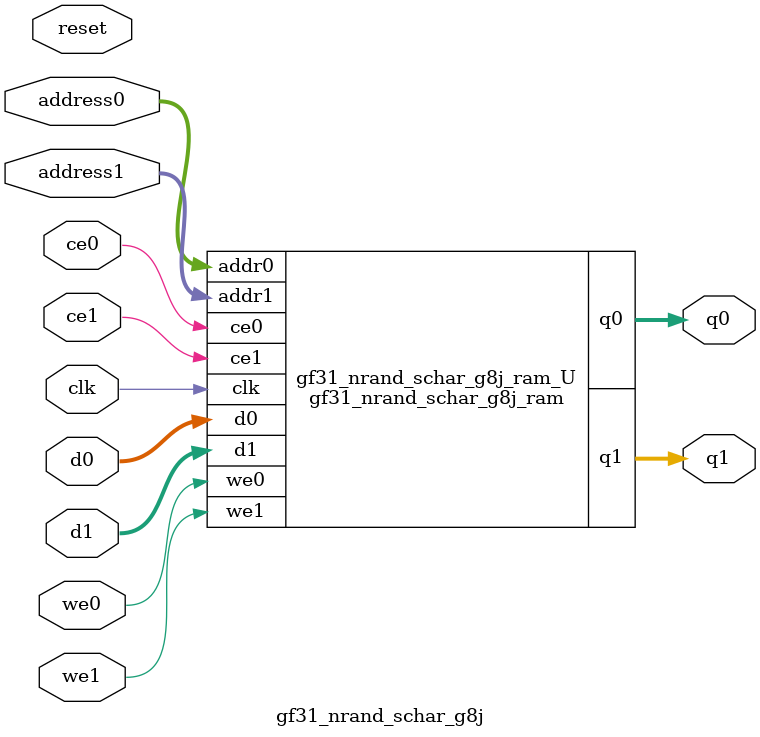
<source format=v>
`timescale 1 ns / 1 ps
module gf31_nrand_schar_g8j_ram (addr0, ce0, d0, we0, q0, addr1, ce1, d1, we1, q1,  clk);

parameter DWIDTH = 64;
parameter AWIDTH = 5;
parameter MEM_SIZE = 25;

input[AWIDTH-1:0] addr0;
input ce0;
input[DWIDTH-1:0] d0;
input we0;
output reg[DWIDTH-1:0] q0;
input[AWIDTH-1:0] addr1;
input ce1;
input[DWIDTH-1:0] d1;
input we1;
output reg[DWIDTH-1:0] q1;
input clk;

(* ram_style = "block" *)reg [DWIDTH-1:0] ram[0:MEM_SIZE-1];




always @(posedge clk)  
begin 
    if (ce0) begin
        if (we0) 
            ram[addr0] <= d0; 
        q0 <= ram[addr0];
    end
end


always @(posedge clk)  
begin 
    if (ce1) begin
        if (we1) 
            ram[addr1] <= d1; 
        q1 <= ram[addr1];
    end
end


endmodule

`timescale 1 ns / 1 ps
module gf31_nrand_schar_g8j(
    reset,
    clk,
    address0,
    ce0,
    we0,
    d0,
    q0,
    address1,
    ce1,
    we1,
    d1,
    q1);

parameter DataWidth = 32'd64;
parameter AddressRange = 32'd25;
parameter AddressWidth = 32'd5;
input reset;
input clk;
input[AddressWidth - 1:0] address0;
input ce0;
input we0;
input[DataWidth - 1:0] d0;
output[DataWidth - 1:0] q0;
input[AddressWidth - 1:0] address1;
input ce1;
input we1;
input[DataWidth - 1:0] d1;
output[DataWidth - 1:0] q1;



gf31_nrand_schar_g8j_ram gf31_nrand_schar_g8j_ram_U(
    .clk( clk ),
    .addr0( address0 ),
    .ce0( ce0 ),
    .we0( we0 ),
    .d0( d0 ),
    .q0( q0 ),
    .addr1( address1 ),
    .ce1( ce1 ),
    .we1( we1 ),
    .d1( d1 ),
    .q1( q1 ));

endmodule


</source>
